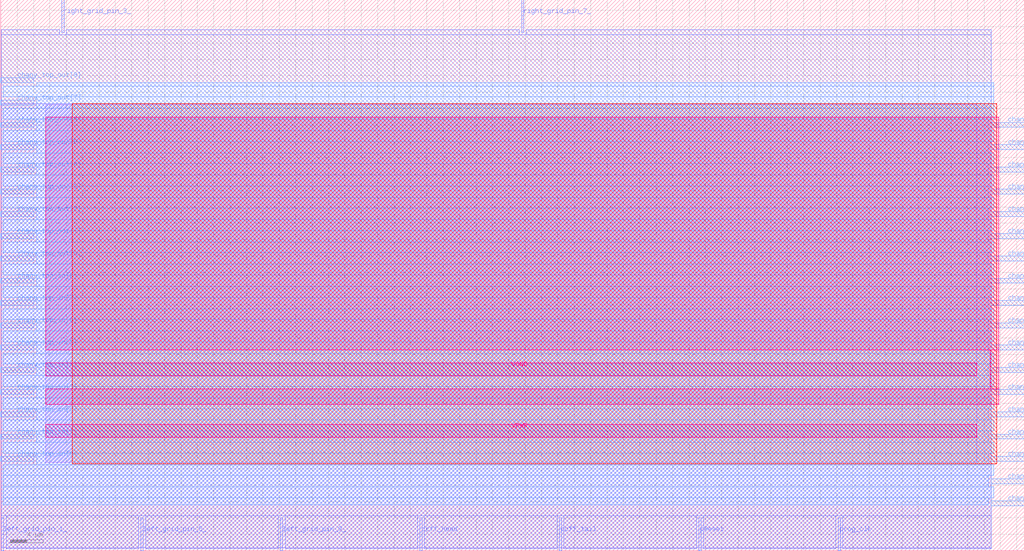
<source format=lef>
VERSION 5.7 ;
  NAMESCASESENSITIVE ON ;
  NOWIREEXTENSIONATPIN ON ;
  DIVIDERCHAR "/" ;
  BUSBITCHARS "[]" ;
UNITS
  DATABASE MICRONS 200 ;
END UNITS

MACRO cby_1__1_
  CLASS BLOCK ;
  FOREIGN cby_1__1_ ;
  ORIGIN 0.000 0.000 ;
  SIZE 124.905 BY 67.305 ;
  PIN chany_top_in[0]
    DIRECTION INPUT ;
    PORT
      LAYER met3 ;
        RECT 0.000 10.920 4.000 11.520 ;
    END
  END chany_top_in[0]
  PIN chany_top_in[1]
    DIRECTION INPUT ;
    PORT
      LAYER met3 ;
        RECT 0.000 13.640 4.000 14.240 ;
    END
  END chany_top_in[1]
  PIN chany_top_in[2]
    DIRECTION INPUT ;
    PORT
      LAYER met3 ;
        RECT 0.000 16.360 4.000 16.960 ;
    END
  END chany_top_in[2]
  PIN chany_top_in[3]
    DIRECTION INPUT ;
    PORT
      LAYER met3 ;
        RECT 0.000 19.080 4.000 19.680 ;
    END
  END chany_top_in[3]
  PIN chany_top_in[4]
    DIRECTION INPUT ;
    PORT
      LAYER met3 ;
        RECT 0.000 21.800 4.000 22.400 ;
    END
  END chany_top_in[4]
  PIN chany_top_in[5]
    DIRECTION INPUT ;
    PORT
      LAYER met3 ;
        RECT 0.000 24.520 4.000 25.120 ;
    END
  END chany_top_in[5]
  PIN chany_top_in[6]
    DIRECTION INPUT ;
    PORT
      LAYER met3 ;
        RECT 0.000 27.240 4.000 27.840 ;
    END
  END chany_top_in[6]
  PIN chany_top_in[7]
    DIRECTION INPUT ;
    PORT
      LAYER met3 ;
        RECT 0.000 29.960 4.000 30.560 ;
    END
  END chany_top_in[7]
  PIN chany_top_in[8]
    DIRECTION INPUT ;
    PORT
      LAYER met3 ;
        RECT 0.000 32.680 4.000 33.280 ;
    END
  END chany_top_in[8]
  PIN chany_top_out[0]
    DIRECTION OUTPUT TRISTATE ;
    PORT
      LAYER met3 ;
        RECT 0.000 35.400 4.000 36.000 ;
    END
  END chany_top_out[0]
  PIN chany_top_out[1]
    DIRECTION OUTPUT TRISTATE ;
    PORT
      LAYER met3 ;
        RECT 0.000 38.120 4.000 38.720 ;
    END
  END chany_top_out[1]
  PIN chany_top_out[2]
    DIRECTION OUTPUT TRISTATE ;
    PORT
      LAYER met3 ;
        RECT 0.000 40.840 4.000 41.440 ;
    END
  END chany_top_out[2]
  PIN chany_top_out[3]
    DIRECTION OUTPUT TRISTATE ;
    PORT
      LAYER met3 ;
        RECT 0.000 43.560 4.000 44.160 ;
    END
  END chany_top_out[3]
  PIN chany_top_out[4]
    DIRECTION OUTPUT TRISTATE ;
    PORT
      LAYER met3 ;
        RECT 0.000 46.280 4.000 46.880 ;
    END
  END chany_top_out[4]
  PIN chany_top_out[5]
    DIRECTION OUTPUT TRISTATE ;
    PORT
      LAYER met3 ;
        RECT 0.000 49.000 4.000 49.600 ;
    END
  END chany_top_out[5]
  PIN chany_top_out[6]
    DIRECTION OUTPUT TRISTATE ;
    PORT
      LAYER met3 ;
        RECT 0.000 51.720 4.000 52.320 ;
    END
  END chany_top_out[6]
  PIN chany_top_out[7]
    DIRECTION OUTPUT TRISTATE ;
    PORT
      LAYER met3 ;
        RECT 0.000 54.440 4.000 55.040 ;
    END
  END chany_top_out[7]
  PIN chany_top_out[8]
    DIRECTION OUTPUT TRISTATE ;
    PORT
      LAYER met3 ;
        RECT 0.000 57.160 4.000 57.760 ;
    END
  END chany_top_out[8]
  PIN right_grid_pin_3_
    DIRECTION OUTPUT TRISTATE ;
    PORT
      LAYER met2 ;
        RECT 7.450 63.305 7.730 67.305 ;
    END
  END right_grid_pin_3_
  PIN right_grid_pin_7_
    DIRECTION OUTPUT TRISTATE ;
    PORT
      LAYER met2 ;
        RECT 63.570 63.305 63.850 67.305 ;
    END
  END right_grid_pin_7_
  PIN chany_bottom_in[0]
    DIRECTION INPUT ;
    PORT
      LAYER met3 ;
        RECT 120.905 5.480 124.905 6.080 ;
    END
  END chany_bottom_in[0]
  PIN chany_bottom_in[1]
    DIRECTION INPUT ;
    PORT
      LAYER met3 ;
        RECT 120.905 8.200 124.905 8.800 ;
    END
  END chany_bottom_in[1]
  PIN chany_bottom_in[2]
    DIRECTION INPUT ;
    PORT
      LAYER met3 ;
        RECT 120.905 10.920 124.905 11.520 ;
    END
  END chany_bottom_in[2]
  PIN chany_bottom_in[3]
    DIRECTION INPUT ;
    PORT
      LAYER met3 ;
        RECT 120.905 13.640 124.905 14.240 ;
    END
  END chany_bottom_in[3]
  PIN chany_bottom_in[4]
    DIRECTION INPUT ;
    PORT
      LAYER met3 ;
        RECT 120.905 16.360 124.905 16.960 ;
    END
  END chany_bottom_in[4]
  PIN chany_bottom_in[5]
    DIRECTION INPUT ;
    PORT
      LAYER met3 ;
        RECT 120.905 19.080 124.905 19.680 ;
    END
  END chany_bottom_in[5]
  PIN chany_bottom_in[6]
    DIRECTION INPUT ;
    PORT
      LAYER met3 ;
        RECT 120.905 21.800 124.905 22.400 ;
    END
  END chany_bottom_in[6]
  PIN chany_bottom_in[7]
    DIRECTION INPUT ;
    PORT
      LAYER met3 ;
        RECT 120.905 24.520 124.905 25.120 ;
    END
  END chany_bottom_in[7]
  PIN chany_bottom_in[8]
    DIRECTION INPUT ;
    PORT
      LAYER met3 ;
        RECT 120.905 27.240 124.905 27.840 ;
    END
  END chany_bottom_in[8]
  PIN chany_bottom_out[0]
    DIRECTION OUTPUT TRISTATE ;
    PORT
      LAYER met3 ;
        RECT 120.905 29.960 124.905 30.560 ;
    END
  END chany_bottom_out[0]
  PIN chany_bottom_out[1]
    DIRECTION OUTPUT TRISTATE ;
    PORT
      LAYER met3 ;
        RECT 120.905 32.680 124.905 33.280 ;
    END
  END chany_bottom_out[1]
  PIN chany_bottom_out[2]
    DIRECTION OUTPUT TRISTATE ;
    PORT
      LAYER met3 ;
        RECT 120.905 35.400 124.905 36.000 ;
    END
  END chany_bottom_out[2]
  PIN chany_bottom_out[3]
    DIRECTION OUTPUT TRISTATE ;
    PORT
      LAYER met3 ;
        RECT 120.905 38.120 124.905 38.720 ;
    END
  END chany_bottom_out[3]
  PIN chany_bottom_out[4]
    DIRECTION OUTPUT TRISTATE ;
    PORT
      LAYER met3 ;
        RECT 120.905 40.840 124.905 41.440 ;
    END
  END chany_bottom_out[4]
  PIN chany_bottom_out[5]
    DIRECTION OUTPUT TRISTATE ;
    PORT
      LAYER met3 ;
        RECT 120.905 43.560 124.905 44.160 ;
    END
  END chany_bottom_out[5]
  PIN chany_bottom_out[6]
    DIRECTION OUTPUT TRISTATE ;
    PORT
      LAYER met3 ;
        RECT 120.905 46.280 124.905 46.880 ;
    END
  END chany_bottom_out[6]
  PIN chany_bottom_out[7]
    DIRECTION OUTPUT TRISTATE ;
    PORT
      LAYER met3 ;
        RECT 120.905 49.000 124.905 49.600 ;
    END
  END chany_bottom_out[7]
  PIN chany_bottom_out[8]
    DIRECTION OUTPUT TRISTATE ;
    PORT
      LAYER met3 ;
        RECT 120.905 51.720 124.905 52.320 ;
    END
  END chany_bottom_out[8]
  PIN left_grid_pin_1_
    DIRECTION OUTPUT TRISTATE ;
    PORT
      LAYER met2 ;
        RECT 0.090 0.000 0.370 4.000 ;
    END
  END left_grid_pin_1_
  PIN left_grid_pin_5_
    DIRECTION OUTPUT TRISTATE ;
    PORT
      LAYER met2 ;
        RECT 17.110 0.000 17.390 4.000 ;
    END
  END left_grid_pin_5_
  PIN left_grid_pin_9_
    DIRECTION OUTPUT TRISTATE ;
    PORT
      LAYER met2 ;
        RECT 34.130 0.000 34.410 4.000 ;
    END
  END left_grid_pin_9_
  PIN ccff_head
    DIRECTION INPUT ;
    PORT
      LAYER met2 ;
        RECT 51.150 0.000 51.430 4.000 ;
    END
  END ccff_head
  PIN ccff_tail
    DIRECTION OUTPUT TRISTATE ;
    PORT
      LAYER met2 ;
        RECT 68.170 0.000 68.450 4.000 ;
    END
  END ccff_tail
  PIN pReset
    DIRECTION INPUT ;
    PORT
      LAYER met2 ;
        RECT 85.190 0.000 85.470 4.000 ;
    END
  END pReset
  PIN prog_clk
    DIRECTION INPUT ;
    PORT
      LAYER met2 ;
        RECT 102.210 0.000 102.490 4.000 ;
    END
  END prog_clk
  PIN VPWR
    DIRECTION INPUT ;
    USE POWER ;
    PORT
      LAYER met5 ;
        RECT 5.520 13.840 119.140 15.440 ;
    END
  END VPWR
  PIN VGND
    DIRECTION INPUT ;
    USE GROUND ;
    PORT
      LAYER met5 ;
        RECT 5.520 21.340 119.140 22.940 ;
    END
  END VGND
  OBS
      LAYER li1 ;
        RECT 5.520 10.795 119.140 54.485 ;
      LAYER met1 ;
        RECT 0.070 0.380 120.910 54.640 ;
      LAYER met2 ;
        RECT 0.090 63.025 7.170 63.650 ;
        RECT 8.010 63.025 63.290 63.650 ;
        RECT 64.130 63.025 120.890 63.650 ;
        RECT 0.090 4.280 120.890 63.025 ;
        RECT 0.650 0.270 16.830 4.280 ;
        RECT 17.670 0.270 33.850 4.280 ;
        RECT 34.690 0.270 50.870 4.280 ;
        RECT 51.710 0.270 67.890 4.280 ;
        RECT 68.730 0.270 84.910 4.280 ;
        RECT 85.750 0.270 101.930 4.280 ;
        RECT 102.770 0.270 120.890 4.280 ;
      LAYER met3 ;
        RECT 4.400 56.760 121.170 57.160 ;
        RECT 0.310 55.440 121.170 56.760 ;
        RECT 4.400 54.040 121.170 55.440 ;
        RECT 0.310 52.720 121.170 54.040 ;
        RECT 4.400 51.320 120.505 52.720 ;
        RECT 0.310 50.000 121.170 51.320 ;
        RECT 4.400 48.600 120.505 50.000 ;
        RECT 0.310 47.280 121.170 48.600 ;
        RECT 4.400 45.880 120.505 47.280 ;
        RECT 0.310 44.560 121.170 45.880 ;
        RECT 4.400 43.160 120.505 44.560 ;
        RECT 0.310 41.840 121.170 43.160 ;
        RECT 4.400 40.440 120.505 41.840 ;
        RECT 0.310 39.120 121.170 40.440 ;
        RECT 4.400 37.720 120.505 39.120 ;
        RECT 0.310 36.400 121.170 37.720 ;
        RECT 4.400 35.000 120.505 36.400 ;
        RECT 0.310 33.680 121.170 35.000 ;
        RECT 4.400 32.280 120.505 33.680 ;
        RECT 0.310 30.960 121.170 32.280 ;
        RECT 4.400 29.560 120.505 30.960 ;
        RECT 0.310 28.240 121.170 29.560 ;
        RECT 4.400 26.840 120.505 28.240 ;
        RECT 0.310 25.520 121.170 26.840 ;
        RECT 4.400 24.120 120.505 25.520 ;
        RECT 0.310 22.800 121.170 24.120 ;
        RECT 4.400 21.400 120.505 22.800 ;
        RECT 0.310 20.080 121.170 21.400 ;
        RECT 4.400 18.680 120.505 20.080 ;
        RECT 0.310 17.360 121.170 18.680 ;
        RECT 4.400 15.960 120.505 17.360 ;
        RECT 0.310 14.640 121.170 15.960 ;
        RECT 4.400 13.240 120.505 14.640 ;
        RECT 0.310 11.920 121.170 13.240 ;
        RECT 4.400 10.520 120.505 11.920 ;
        RECT 0.310 9.200 121.170 10.520 ;
        RECT 0.310 7.800 120.505 9.200 ;
        RECT 0.310 6.480 121.170 7.800 ;
        RECT 0.310 5.615 120.505 6.480 ;
      LAYER met4 ;
        RECT 8.720 10.640 121.570 54.640 ;
      LAYER met5 ;
        RECT 5.520 24.540 121.780 52.940 ;
        RECT 120.740 19.740 121.780 24.540 ;
        RECT 5.520 17.900 121.780 19.740 ;
  END
END cby_1__1_
END LIBRARY


</source>
